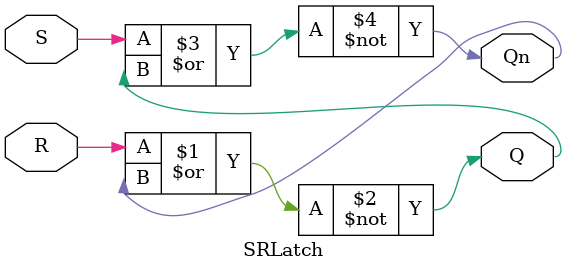
<source format=v>
`timescale 1ns / 1ps


module SRLatch(
    input S, input R, output Q, output Qn
    );
    
    nor N1(Q, R, Qn);
    nor N2(Qn, S, Q);
    
endmodule

</source>
